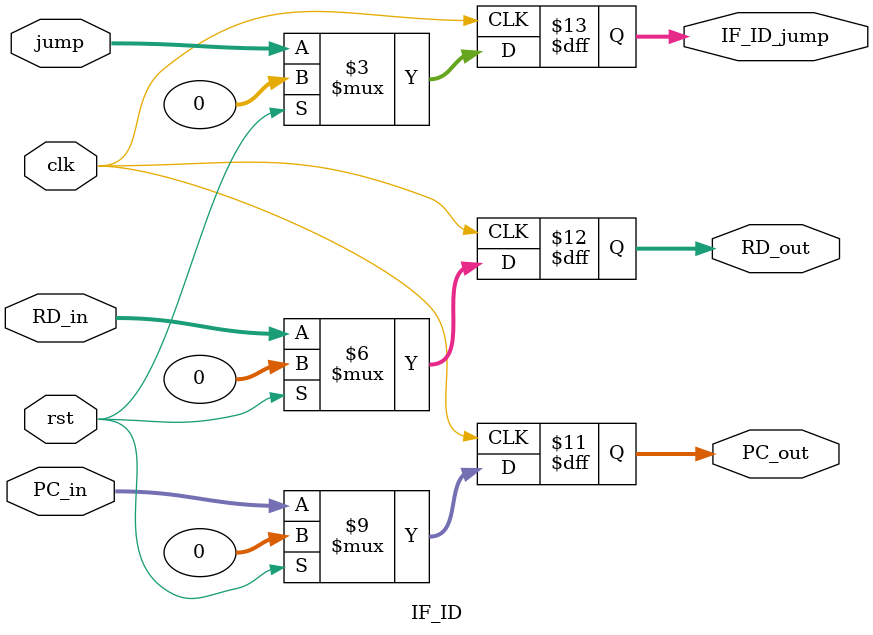
<source format=v>
module IF_ID( clk, rst, PC_in, PC_out, RD_in, RD_out, jump, IF_ID_jump ) ;
	input clk, rst ;
	input [31:0] PC_in, RD_in, jump ;
	output reg [31:0] PC_out, RD_out, IF_ID_jump ;
	
	always@( posedge clk ) begin
		if( rst ) begin
			PC_out <= 32'b0 ;
			RD_out <= 32'b0 ;
			IF_ID_jump <= 32'b0;
		end
		else begin
			PC_out <= PC_in ;
			RD_out <= RD_in ;
			IF_ID_jump <= jump;
		end
		
	end
	
endmodule

</source>
